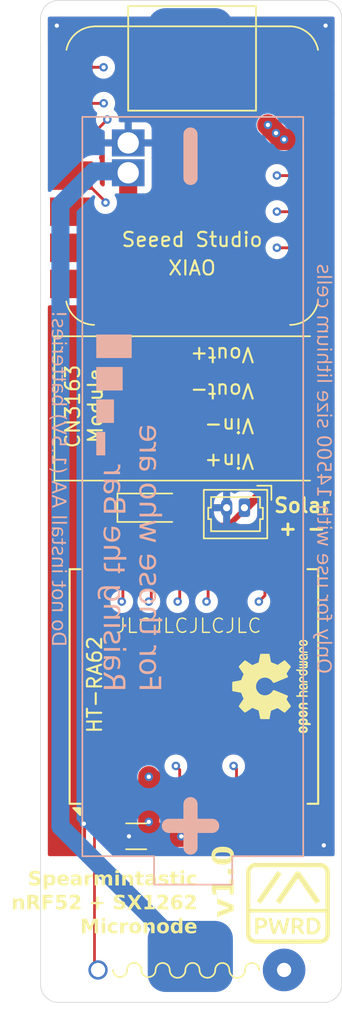
<source format=kicad_pcb>
(kicad_pcb (version 20240108) (generator "pcbnew") (generator_version "8.0")
  (layers (0 "F.Cu" jumper) (1 "In1.Cu" signal) (2 "In2.Cu" signal) (31 "B.Cu" signal) (34 "B.Paste" user) (35 "F.Paste" user) (36 "B.SilkS" user "B.Silkscreen") (37 "F.SilkS" user "F.Silkscreen") (38 "B.Mask" user) (39 "F.Mask" user) (44 "Edge.Cuts" user))
  (net 0 "")
  (net 1 "BAT_VCC")
  (net 2 "GND")
  (net 3 "+3.3V")
  (net 4 "Solar+")
  (net 5 "Net-(AE1-A)")
  (net 6 "SX126X_RESET")
  (net 8 "SCK")
  (net 9 "SX126X_DIO1")
  (net 10 "MOSI")
  (net 11 "MISO")
  (net 13 "SX126X_CS")
  (net 14 "SX126X_BUSY")
  (footprint "Diode_SMD:D_SOD-123F" (layer "F.Cu") (at 128.143 86.106)
    (property "Reference" "D1" (hide yes))
    (property "Value" "6.2V Zener" (hide yes))
    (pad "1" smd roundrect (at -1.4 0) (size 1.1 1.1) (layers "F.Cu" "F.Paste" "F.Mask") (roundrect_rratio 0.2272727273) (net 4 "Solar+"))
    (pad "2" smd roundrect (at 1.4 0) (size 1.1 1.1) (layers "F.Cu" "F.Paste" "F.Mask") (roundrect_rratio 0.2272727273) (net 2 "GND"))
  )
  (footprint "Symbol:OSHW-Logo2_7.3x6mm_SilkScreen" (layer "F.Cu") (at 136.779 98.679 90)
    (property "Reference" "REF**" (hide yes))
    (property "Value" "OSHW-Logo2_7.3x6mm_SilkScreen" (hide yes))
  )
  (footprint "antenna:18mm-Antenna-THT" (layer "F.Cu") (at 131.118 122.118)
    (property "Reference" "AE1" (hide yes))
    (property "Value" "Antenna" (hide yes))
    (pad "1" thru_hole circle (at -6.55 -3.5) (size 1.36 1.36) (drill 1) (layers "*.Cu" "*.Mask") (net 5 "Net-(AE1-A)"))
    (pad "2" thru_hole circle (at 6.55 -3.5) (size 3 3) (drill 1) (layers "*.Cu" "*.Mask"))
  )
  (footprint "m_pwd:m_powered" (layer "F.Cu") (at 137.922 113.919)
    (property "Reference" "." (hide yes))
    (property "Value" "LOGO" (hide yes))
  )
  (footprint "Capacitor_SMD:C_1206_3216Metric_Pad1.33x1.80mm_HandSolder" (layer "F.Cu") (at 127.254 109.22 180)
    (property "Reference" "C2" (hide yes))
    (property "Value" "10uF" (hide yes))
    (pad "1" smd roundrect (at -1.5625 0 180) (size 1.325 1.8) (layers "F.Cu" "F.Paste" "F.Mask") (roundrect_rratio 0.188679) (net 3 "+3.3V"))
    (pad "2" smd roundrect (at 1.5625 0 180) (size 1.325 1.8) (layers "F.Cu" "F.Paste" "F.Mask") (roundrect_rratio 0.188679) (net 2 "GND"))
  )
  (footprint "modified-xiao:XIAO-nRF-THT_batt" (layer "F.Cu") (at 131.191 62.746)
    (property "Reference" "U2" (hide yes))
    (property "Value" "Seeed Studio XIAO nRF52840" (hide yes))
    (fp_text user "Seeed Studio" (at 0 4.5 0) (layer "F.SilkS"))
    (fp_text user "XIAO" (at 0 6.5 0) (layer "F.SilkS"))
    (pad "1" smd rect (at -8.5 -7.62) (size 3 2) (layers "F.Cu" "F.Paste" "F.Mask") (net 13 "SX126X_CS"))
    (pad "2" smd rect (at -8.5 -5.08) (size 3 2) (layers "F.Cu" "F.Paste" "F.Mask") (net 9 "SX126X_DIO1"))
    (pad "3" smd rect (at -8.5 -2.54) (size 3 2) (layers "F.Cu" "F.Paste" "F.Mask") (net 14 "SX126X_BUSY"))
    (pad "4" smd rect (at -8.5 0) (size 3 2) (layers "F.Cu" "F.Paste" "F.Mask") (net 6 "SX126X_RESET"))
    (pad "5" smd rect (at -8.5 2.54) (size 3 2) (layers "F.Cu" "F.Paste" "F.Mask"))
    (pad "6" smd rect (at -8.5 5.08 180) (size 3 2) (layers "F.Cu" "F.Paste" "F.Mask"))
    (pad "7" smd rect (at -8.5 7.62) (size 3 2) (layers "F.Cu" "F.Paste" "F.Mask"))
    (pad "8" smd rect (at 8.5 7.62) (size 3 2) (layers "F.Cu" "F.Paste" "F.Mask"))
    (pad "9" smd rect (at 8.5 5.08) (size 3 2) (layers "F.Cu" "F.Paste" "F.Mask") (net 8 "SCK"))
    (pad "10" smd rect (at 8.5 2.54) (size 3 2) (layers "F.Cu" "F.Paste" "F.Mask") (net 11 "MISO"))
    (pad "11" smd rect (at 8.5 0) (size 3 2) (layers "F.Cu" "F.Paste" "F.Mask") (net 10 "MOSI"))
    (pad "12" smd rect (at 8.5 -2.54) (size 3 2) (layers "F.Cu" "F.Paste" "F.Mask") (net 3 "+3.3V"))
    (pad "13" smd rect (at 8.5 -5.08) (size 3 2) (layers "F.Cu" "F.Paste" "F.Mask") (net 2 "GND"))
    (pad "14" smd rect (at 8.5 -7.62) (size 3 2) (layers "F.Cu" "F.Paste" "F.Mask"))
    (pad "15" smd circle (at -1.27 -8.39 90) (size 1.5 1.5) (layers "F.Cu" "F.Paste" "F.Mask"))
    (pad "16" smd circle (at 1.27 -8.39 90) (size 1.5 1.5) (layers "F.Cu" "F.Paste" "F.Mask"))
    (pad "17" smd circle (at -1.27 -5.85 90) (size 1.5 1.5) (layers "F.Cu" "F.Paste" "F.Mask"))
    (pad "18" smd circle (at 1.27 -5.85 90) (size 1.5 1.5) (layers "F.Cu" "F.Paste" "F.Mask"))
    (pad "19" smd rect (at 3.8 9.25 90) (size 2.3 1.3) (layers "F.Cu" "F.Paste" "F.Mask"))
    (pad "20" smd rect (at 5.7 9.25 90) (size 2.3 1.3) (layers "F.Cu" "F.Paste" "F.Mask"))
    (pad "21" thru_hole rect (at -4.5 -2.3 180) (size 2.3 1.9) (drill 1.5) (layers "*.Cu" "*.Mask") (net 2 "GND"))
    (pad "22" thru_hole rect (at -4.5 -0.2 180) (size 2.3 1.9) (drill 1.5) (layers "*.Cu" "*.Mask") (net 1 "BAT_VCC"))
  )
  (footprint "Connector_Molex:Molex_PicoBlade_53047-0210_1x02_P1.25mm_Vertical" (layer "F.Cu") (at 134.874 86.106 180)
    (property "Reference" "SC1" (hide yes))
    (property "Value" "SM141K09L" (hide yes))
    (pad "1" thru_hole roundrect (at 0 0 180) (size 0.8 1.3) (drill 0.5) (layers "*.Cu" "*.Mask") (net 4 "Solar+"))
    (pad "2" thru_hole oval (at 1.249999 0 180) (size 0.8 1.3) (drill 0.5) (layers "*.Cu" "*.Mask") (net 2 "GND"))
  )
  (footprint "RF_Module:Ai-Thinker-Ra-01-LoRa" (layer "F.Cu") (at 131.318 98.679 90)
    (property "Reference" "U1" (hide yes))
    (property "Value" "HT-RA62" (at 0.127 -6.985 90) (layer "F.SilkS"))
    (pad "1" smd rect (at -8 -7 90) (size 2 1.5) (layers "F.Cu" "F.Paste" "F.Mask") (net 5 "Net-(AE1-A)"))
    (pad "2" smd rect (at -8 -5 90) (size 2 1.5) (layers "F.Cu" "F.Paste" "F.Mask") (net 2 "GND"))
    (pad "3" smd rect (at -8 -3 90) (size 2 1.5) (layers "F.Cu" "F.Paste" "F.Mask") (net 3 "+3.3V"))
    (pad "4" smd rect (at -8 -1 90) (size 2 1.5) (layers "F.Cu" "F.Paste" "F.Mask") (net 6 "SX126X_RESET"))
    (pad "5" smd rect (at -8 1 90) (size 2 1.5) (layers "F.Cu" "F.Paste" "F.Mask"))
    (pad "6" smd rect (at -8 3 90) (size 2 1.5) (layers "F.Cu" "F.Paste" "F.Mask") (net 9 "SX126X_DIO1"))
    (pad "7" smd rect (at -8 5 90) (size 2 1.5) (layers "F.Cu" "F.Paste" "F.Mask"))
    (pad "8" smd rect (at -8 7 90) (size 2 1.5) (layers "F.Cu" "F.Paste" "F.Mask"))
    (pad "9" smd rect (at 8 7 90) (size 2 1.5) (layers "F.Cu" "F.Paste" "F.Mask") (net 2 "GND"))
    (pad "10" smd rect (at 8 5 90) (size 2 1.5) (layers "F.Cu" "F.Paste" "F.Mask") (net 14 "SX126X_BUSY"))
    (pad "11" smd rect (at 8 3 90) (size 2 1.5) (layers "F.Cu" "F.Paste" "F.Mask"))
    (pad "12" smd rect (at 8 1 90) (size 2 1.5) (layers "F.Cu" "F.Paste" "F.Mask") (net 8 "SCK"))
    (pad "13" smd rect (at 8 -1 90) (size 2 1.5) (layers "F.Cu" "F.Paste" "F.Mask") (net 11 "MISO"))
    (pad "14" smd rect (at 8 -3 90) (size 2 1.5) (layers "F.Cu" "F.Paste" "F.Mask") (net 10 "MOSI"))
    (pad "15" smd rect (at 8 -5 90) (size 2 1.5) (layers "F.Cu" "F.Paste" "F.Mask") (net 13 "SX126X_CS"))
    (pad "16" smd rect (at 8 -7 90) (size 2 1.5) (layers "F.Cu" "F.Paste" "F.Mask") (net 2 "GND"))
  )
  (footprint "CN3163:CN3163_Module" (layer "F.Cu") (at 140.948 79.146 90)
    (property "Reference" "J1" (hide yes))
    (property "Value" "CN3163 Module" (hide yes))
    (fp_text user "Module" (at -2.515 -15.98 90) (layer "F.SilkS") (effects (justify left bottom)))
    (fp_text user "CN3163" (at -2.865 -17.58 90) (layer "F.SilkS") (effects (justify left bottom)))
    (fp_text user "Vout+" (at 4.4 -5.3 180) (layer "F.SilkS") (effects (justify left bottom)))
    (fp_text user "Vout-" (at 1.85 -5.299999 180) (layer "F.SilkS") (effects (justify left bottom)))
    (fp_text user "Vin+" (at -3.1 -5.3 180) (layer "F.SilkS") (effects (justify left bottom)))
    (fp_text user "Vin-" (at -0.6 -5.3 180) (layer "F.SilkS") (effects (justify left bottom)))
    (pad "1" smd roundrect (at -3.78 -2.7 90) (size 1.65 5) (drill (offset 0 0.2)) (layers "F.Cu" "F.Paste" "F.Mask") (net 4 "Solar+"))
    (pad "2" smd roundrect (at -1.25 -2.7 90) (size 1.65 5) (drill (offset 0 0.2)) (layers "F.Cu" "F.Paste" "F.Mask") (net 2 "GND"))
    (pad "3" smd roundrect (at 1.29 -2.7 90) (size 1.65 5) (drill (offset 0 0.2)) (layers "F.Cu" "F.Paste" "F.Mask") (net 2 "GND"))
    (pad "4" smd roundrect (at 3.83 -2.7 90) (size 1.65 5) (drill (offset 0 0.2)) (layers "F.Cu" "F.Paste" "F.Mask") (net 1 "BAT_VCC"))
  )
  (footprint "keystone_14500_smd:Keystone_1024_SMD_14500" (layer "B.Cu") (at 121.014 85.617 90)
    (property "Reference" "BT1" (hide yes))
    (property "Value" "Keystone 1024 (14500 LiIon)")
    (fp_text user "+" (at -26 8 -90) (layer "B.SilkS") (effects (font (size 4 4) (thickness 1) (bold yes)) (justify left bottom mirror)))
    (fp_text user "-" (at 21.1 8 -90) (layer "B.SilkS") (effects (font (size 4 4) (thickness 1) (bold yes)) (justify left bottom mirror)))
    (pad "1" smd roundrect (at -32.05 10.05 90) (size 5 6) (layers "B.Cu" "B.Paste" "B.Mask") (net 1 "BAT_VCC"))
    (pad "2" smd roundrect (at 32.15 10.05 90) (size 5 6) (layers "B.Cu" "B.Paste" "B.Mask") (net 2 "GND"))
  )
  (gr_line (start 140.462 120.904) (end 121.793 120.904) (stroke (width 0.05)) (layer "Edge.Cuts"))
  (gr_arc (start 121.793 120.904) (mid 120.894974 120.532026) (end 120.523 119.634) (stroke (width 0.05)) (layer "Edge.Cuts"))
  (gr_arc (start 140.462 50.419) (mid 141.360026 50.790974) (end 141.732 51.689) (stroke (width 0.05)) (layer "Edge.Cuts"))
  (gr_line (start 121.793 50.419) (end 140.462 50.419) (stroke (width 0.05)) (layer "Edge.Cuts"))
  (gr_line (start 141.732 51.689) (end 141.732 119.634) (stroke (width 0.05)) (layer "Edge.Cuts"))
  (gr_line (start 120.523 119.634) (end 120.523 51.689) (stroke (width 0.05)) (layer "Edge.Cuts"))
  (gr_arc (start 120.523 51.689) (mid 120.894974 50.790974) (end 121.793 50.419) (stroke (width 0.05)) (layer "Edge.Cuts"))
  (gr_arc (start 141.732 119.634) (mid 141.360026 120.532026) (end 140.462 120.904) (stroke (width 0.05)) (layer "Edge.Cuts"))
  (gr_text "Only for use with 14500 size lithium cells" (at 139.827 97.79 270) (layer "B.SilkS") (effects (font (size 1 1)) (justify left bottom mirror)))
  (gr_text "For those who are\nRaising the Bar ▂ ▄ ▆ █" (at 124.714 99.06 270) (layer "B.SilkS") (effects (font (size 1.5 1.5) (thickness 0.2)) (justify left bottom mirror)))
  (gr_text "Do not install AA (1.5V) batteries!" (at 121.158 95.885 270) (layer "B.SilkS") (effects (font (size 1 1)) (justify left bottom mirror)))
  (gr_text "v1.0" (at 134.366 114.935 90) (layer "F.SilkS") (effects (font (size 1.5 1.5) (thickness 0.3) (bold yes)) (justify left bottom)))
  (gr_text "Spearmintastic\nnRF52 + SX1262\nMicronode" (at 131.572 116.205 0) (layer "F.SilkS") (effects (font (size 1 1) (thickness 0.125) (bold yes)) (justify right bottom)))
  (gr_text "Solar\n+ -" (at 138.938 88.138 0) (layer "F.SilkS") (effects (font (size 1 1) (thickness 0.2) (bold yes)) (justify bottom)))
  (gr_text "JLCJLCJLCJLC" (at 125.73 94.996 0) (layer "F.SilkS") (effects (font (size 1 1) (thickness 0.1)) (justify left bottom)))
  (segment (start 126.691 67.239472) (end 134.767528 75.316) (width 1.27) (layer "F.Cu") (net 1))
  (segment (start 134.767528 75.316) (end 138.248 75.316) (width 1.27) (layer "F.Cu") (net 1))
  (segment (start 126.691 62.546) (end 126.691 67.239472) (width 1.27) (layer "F.Cu") (net 1))
  (segment (start 121.92 108.523) (end 121.92 64.797) (width 1.27) (layer "B.Cu") (net 1))
  (segment (start 131.064 117.667) (end 121.92 108.523) (width 1.27) (layer "B.Cu") (net 1))
  (segment (start 121.92 64.797) (end 124.271 62.446) (width 1.27) (layer "B.Cu") (net 1))
  (segment (start 124.271 62.446) (end 126.691 62.446) (width 1.27) (layer "B.Cu") (net 1))
  (segment (start 126.318 108.378) (end 126.318 106.679) (width 0.4) (layer "F.Cu") (net 2))
  (segment (start 125.6915 109.0045) (end 126.318 108.378) (width 0.4) (layer "F.Cu") (net 2))
  (segment (start 125.6915 109.22) (end 125.6915 109.0045) (width 0.4) (layer "F.Cu") (net 2))
  (via (at 140.462 109.855) (size 0.6) (drill 0.3) (layers "F.Cu" "B.Cu") (net 2))
  (via (at 126.746 109.22) (size 0.6) (drill 0.3) (layers "F.Cu" "B.Cu") (net 2))
  (via (at 123.571 108.331) (size 0.6) (drill 0.3) (layers "F.Cu" "B.Cu") (net 2))
  (via (at 140.589 52.197) (size 0.6) (drill 0.3) (layers "F.Cu" "B.Cu") (net 2))
  (via (at 121.666 52.197) (size 0.6) (drill 0.3) (layers "F.Cu" "B.Cu") (net 2))
  (segment (start 137.0965 59.7535) (end 136.525 59.182) (width 1.5) (layer "F.Cu") (net 3))
  (segment (start 128.143 105.029) (end 128.143 108.204) (width 1.5) (layer "F.Cu") (net 3))
  (segment (start 128.318 105.204) (end 128.143 105.029) (width 1.5) (layer "F.Cu") (net 3))
  (segment (start 128.143 108.5465) (end 128.8165 109.22) (width 1.5) (layer "F.Cu") (net 3))
  (segment (start 128.8165 109.22) (end 130.429 109.22) (width 1.5) (layer "F.Cu") (net 3))
  (segment (start 137.549 60.206) (end 137.0965 59.7535) (width 1.5) (layer "F.Cu") (net 3))
  (segment (start 128.318 106.679) (end 128.318 105.204) (width 1.5) (layer "F.Cu") (net 3))
  (segment (start 128.143 108.204) (end 128.143 108.5465) (width 1.5) (layer "F.Cu") (net 3))
  (segment (start 139.691 60.206) (end 137.668 60.206) (width 1.5) (layer "F.Cu") (net 3))
  (segment (start 137.668 60.206) (end 137.549 60.206) (width 1.5) (layer "F.Cu") (net 3))
  (via (at 130.429 109.22) (size 0.6) (drill 0.3) (layers "F.Cu" "B.Cu") (net 3))
  (via (at 136.525 59.182) (size 0.6) (drill 0.3) (layers "F.Cu" "B.Cu") (net 3))
  (via (at 128.143 108.204) (size 0.6) (drill 0.3) (layers "F.Cu" "B.Cu") (net 3))
  (via (at 128.143 105.029) (size 0.6) (drill 0.3) (layers "F.Cu" "B.Cu") (net 3))
  (via (at 137.668 60.206) (size 0.6) (drill 0.3) (layers "F.Cu" "B.Cu") (net 3))
  (via (at 137.0965 59.7535) (size 0.6) (drill 0.3) (layers "F.Cu" "B.Cu") (net 3))
  (segment (start 133.756 87.356) (end 135.006 86.106) (width 0.4) (layer "F.Cu") (net 4))
  (segment (start 138.448 82.926) (end 138.186 82.926) (width 0.6) (layer "F.Cu") (net 4))
  (segment (start 126.743 86.106) (end 127.993 87.356) (width 0.4) (layer "F.Cu") (net 4))
  (segment (start 127.993 87.356) (end 133.756 87.356) (width 0.4) (layer "F.Cu") (net 4))
  (segment (start 138.186 82.926) (end 135.006 86.106) (width 0.6) (layer "F.Cu") (net 4))
  (segment (start 124.318 106.679) (end 124.318 118.368) (width 0.19) (layer "F.Cu") (net 5))
  (segment (start 124.318 118.368) (end 124.568 118.618) (width 0.19) (layer "F.Cu") (net 5))
  (segment (start 130.318 104.537) (end 130.048 104.267) (width 0.2) (layer "F.Cu") (net 6))
  (segment (start 122.691 62.746) (end 123.251 62.746) (width 0.2) (layer "F.Cu") (net 6))
  (segment (start 123.251 62.746) (end 125.095 64.59) (width 0.2) (layer "F.Cu") (net 6))
  (segment (start 130.318 106.679) (end 130.318 104.537) (width 0.2) (layer "F.Cu") (net 6))
  (segment (start 125.095 64.59) (end 125.095 64.643) (width 0.2) (layer "F.Cu") (net 6))
  (via (at 125.095 64.643) (size 0.6) (drill 0.3) (layers "F.Cu" "B.Cu") (net 6))
  (via (at 130.048 104.267) (size 0.6) (drill 0.3) (layers "F.Cu" "B.Cu") (net 6))
  (segment (start 139.691 67.826) (end 137.168 67.826) (width 0.2) (layer "F.Cu") (net 8))
  (segment (start 132.318 92.599) (end 132.207 92.71) (width 0.2) (layer "F.Cu") (net 8))
  (segment (start 132.318 90.679) (end 132.318 92.599) (width 0.2) (layer "F.Cu") (net 8))
  (segment (start 137.16 67.818) (end 137.168 67.826) (width 0.2) (layer "F.Cu") (net 8))
  (via (at 132.207 92.71) (size 0.6) (drill 0.3) (layers "F.Cu" "B.Cu") (net 8))
  (via (at 137.16 67.818) (size 0.6) (drill 0.3) (layers "F.Cu" "B.Cu") (net 8))
  (segment (start 134.318 104.473) (end 134.112 104.267) (width 0.2) (layer "F.Cu") (net 9))
  (segment (start 124.96 57.666) (end 124.968 57.658) (width 0.2) (layer "F.Cu") (net 9))
  (segment (start 122.691 57.666) (end 124.96 57.666) (width 0.2) (layer "F.Cu") (net 9))
  (segment (start 134.318 106.679) (end 134.318 104.473) (width 0.2) (layer "F.Cu") (net 9))
  (via (at 124.968 57.658) (size 0.6) (drill 0.3) (layers "F.Cu" "B.Cu") (net 9))
  (via (at 134.112 104.267) (size 0.6) (drill 0.3) (layers "F.Cu" "B.Cu") (net 9))
  (segment (start 139.691 62.746) (end 137.168 62.746) (width 0.2) (layer "F.Cu") (net 10))
  (segment (start 128.318 92.535) (end 128.143 92.71) (width 0.2) (layer "F.Cu") (net 10))
  (segment (start 128.318 90.679) (end 128.318 92.535) (width 0.2) (layer "F.Cu") (net 10))
  (segment (start 137.168 62.746) (end 137.16 62.738) (width 0.2) (layer "F.Cu") (net 10))
  (via (at 137.16 62.738) (size 0.6) (drill 0.3) (layers "F.Cu" "B.Cu") (net 10))
  (via (at 128.143 92.71) (size 0.6) (drill 0.3) (layers "F.Cu" "B.Cu") (net 10))
  (segment (start 139.691 65.286) (end 137.168 65.286) (width 0.2) (layer "F.Cu") (net 11))
  (segment (start 137.16 65.278) (end 137.168 65.286) (width 0.2) (layer "F.Cu") (net 11))
  (segment (start 130.318 90.679) (end 130.318 92.567) (width 0.2) (layer "F.Cu") (net 11))
  (segment (start 130.318 92.567) (end 130.175 92.71) (width 0.2) (layer "F.Cu") (net 11))
  (via (at 130.175 92.71) (size 0.6) (drill 0.3) (layers "F.Cu" "B.Cu") (net 11))
  (via (at 137.16 65.278) (size 0.6) (drill 0.3) (layers "F.Cu" "B.Cu") (net 11))
  (segment (start 122.691 55.126) (end 124.96 55.126) (width 0.2) (layer "F.Cu") (net 13))
  (segment (start 124.96 55.126) (end 124.968 55.118) (width 0.2) (layer "F.Cu") (net 13))
  (segment (start 126.318 92.63) (end 126.238 92.71) (width 0.2) (layer "F.Cu") (net 13))
  (segment (start 126.318 90.679) (end 126.318 92.63) (width 0.2) (layer "F.Cu") (net 13))
  (via (at 126.238 92.71) (size 0.6) (drill 0.3) (layers "F.Cu" "B.Cu") (net 13))
  (via (at 124.96 55.126) (size 0.6) (drill 0.3) (layers "F.Cu" "B.Cu") (net 13))
  (segment (start 123.817 60.206) (end 125.222 58.801) (width 0.2) (layer "F.Cu") (net 14))
  (segment (start 136.318 92.282) (end 135.89 92.71) (width 0.2) (layer "F.Cu") (net 14))
  (segment (start 136.318 90.679) (end 136.318 92.282) (width 0.2) (layer "F.Cu") (net 14))
  (segment (start 122.691 60.206) (end 123.817 60.206) (width 0.2) (layer "F.Cu") (net 14))
  (via (at 135.89 92.71) (size 0.6) (drill 0.3) (layers "F.Cu" "B.Cu") (net 14))
  (via (at 125.222 58.801) (size 0.6) (drill 0.3) (layers "F.Cu" "B.Cu") (net 14))
  (zone (net 2) (net_name "GND") (layer "F.Cu") (connect_pads (clearance 0.5)) (min_thickness 0.25) (fill yes (thermal_gap 0.5) (thermal_bridge_width 0.5))
    (polygon (pts (xy 121.031 51.562) (xy 141.224 51.562) (xy 141.224 110.617) (xy 121.031 110.617)))
  )
  (zone (net 2) (net_name "GND") (layer "B.Cu") (priority 2) (connect_pads (clearance 0.5)) (min_thickness 0.25) (fill yes (thermal_gap 0.5) (thermal_bridge_width 0.5))
    (polygon (pts (xy 141.224 110.617) (xy 121.031 110.617) (xy 121.031 51.562) (xy 141.224 51.562)))
  )
)
</source>
